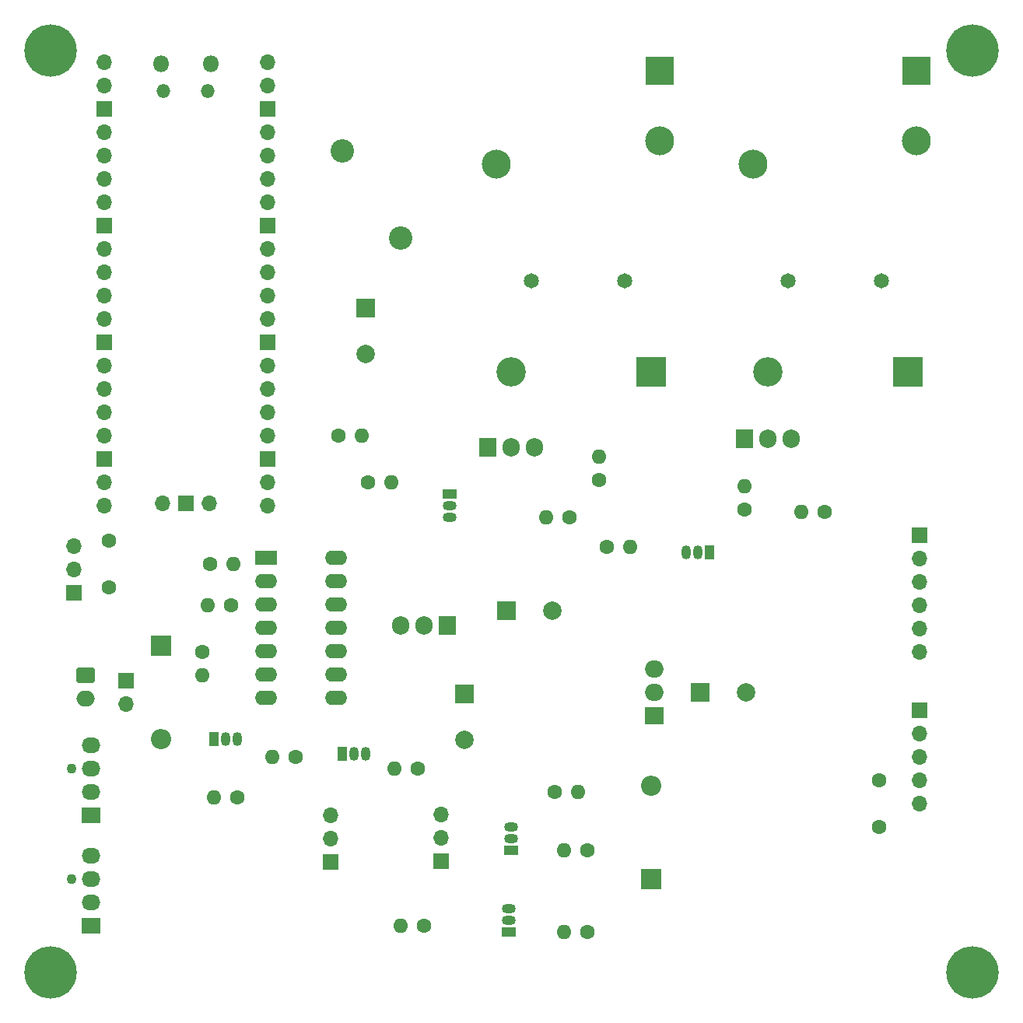
<source format=gbr>
%TF.GenerationSoftware,KiCad,Pcbnew,7.0.10*%
%TF.CreationDate,2024-07-29T15:39:39-06:00*%
%TF.ProjectId,Pressure-Controlled-Power-Outlet-control-PCB,50726573-7375-4726-952d-436f6e74726f,V1.5.25*%
%TF.SameCoordinates,Original*%
%TF.FileFunction,Soldermask,Bot*%
%TF.FilePolarity,Negative*%
%FSLAX46Y46*%
G04 Gerber Fmt 4.6, Leading zero omitted, Abs format (unit mm)*
G04 Created by KiCad (PCBNEW 7.0.10) date 2024-07-29 15:39:39*
%MOMM*%
%LPD*%
G01*
G04 APERTURE LIST*
G04 Aperture macros list*
%AMRoundRect*
0 Rectangle with rounded corners*
0 $1 Rounding radius*
0 $2 $3 $4 $5 $6 $7 $8 $9 X,Y pos of 4 corners*
0 Add a 4 corners polygon primitive as box body*
4,1,4,$2,$3,$4,$5,$6,$7,$8,$9,$2,$3,0*
0 Add four circle primitives for the rounded corners*
1,1,$1+$1,$2,$3*
1,1,$1+$1,$4,$5*
1,1,$1+$1,$6,$7*
1,1,$1+$1,$8,$9*
0 Add four rect primitives between the rounded corners*
20,1,$1+$1,$2,$3,$4,$5,0*
20,1,$1+$1,$4,$5,$6,$7,0*
20,1,$1+$1,$6,$7,$8,$9,0*
20,1,$1+$1,$8,$9,$2,$3,0*%
G04 Aperture macros list end*
%ADD10R,1.500000X1.050000*%
%ADD11O,1.500000X1.050000*%
%ADD12R,1.905000X2.000000*%
%ADD13O,1.905000X2.000000*%
%ADD14C,1.600000*%
%ADD15O,1.600000X1.600000*%
%ADD16R,1.700000X1.700000*%
%ADD17O,1.700000X1.700000*%
%ADD18C,1.100000*%
%ADD19R,2.030000X1.730000*%
%ADD20O,2.030000X1.730000*%
%ADD21R,1.050000X1.500000*%
%ADD22O,1.050000X1.500000*%
%ADD23R,2.400000X1.600000*%
%ADD24O,2.400000X1.600000*%
%ADD25R,2.200000X2.200000*%
%ADD26O,2.200000X2.200000*%
%ADD27R,2.000000X1.905000*%
%ADD28O,2.000000X1.905000*%
%ADD29C,5.700000*%
%ADD30O,1.800000X1.800000*%
%ADD31O,1.500000X1.500000*%
%ADD32RoundRect,0.250000X-0.750000X0.600000X-0.750000X-0.600000X0.750000X-0.600000X0.750000X0.600000X0*%
%ADD33O,2.000000X1.700000*%
%ADD34R,2.000000X2.000000*%
%ADD35C,2.000000*%
%ADD36R,3.150000X3.150000*%
%ADD37C,3.150000*%
%ADD38C,1.650000*%
%ADD39R,3.200000X3.200000*%
%ADD40O,3.200000X3.200000*%
%ADD41C,2.550000*%
G04 APERTURE END LIST*
D10*
%TO.C,Q8*%
X145140000Y-142240000D03*
D11*
X145140000Y-140970000D03*
X145140000Y-139700000D03*
%TD*%
D12*
%TO.C,U3*%
X138430000Y-108910000D03*
D13*
X135890000Y-108910000D03*
X133350000Y-108910000D03*
%TD*%
D14*
%TO.C,R1*%
X112620000Y-102235000D03*
D15*
X115160000Y-102235000D03*
%TD*%
D16*
%TO.C,J5*%
X125730000Y-134620000D03*
D17*
X125730000Y-132080000D03*
X125730000Y-129540000D03*
%TD*%
D14*
%TO.C,R3*%
X126590000Y-88265000D03*
D15*
X129130000Y-88265000D03*
%TD*%
D18*
%TO.C,M1*%
X97535000Y-124460000D03*
D19*
X99695000Y-129540000D03*
D20*
X99695000Y-127000000D03*
X99695000Y-124460000D03*
X99695000Y-121920000D03*
%TD*%
D21*
%TO.C,Q1*%
X167005000Y-100965000D03*
D22*
X165735000Y-100965000D03*
X164465000Y-100965000D03*
%TD*%
D14*
%TO.C,R11*%
X150085000Y-127000000D03*
D15*
X152625000Y-127000000D03*
%TD*%
D23*
%TO.C,U2*%
X118730000Y-101595000D03*
D24*
X118730000Y-104135000D03*
X118730000Y-106675000D03*
X118730000Y-109215000D03*
X118730000Y-111755000D03*
X118730000Y-114295000D03*
X118730000Y-116835000D03*
X126350000Y-116835000D03*
X126350000Y-114295000D03*
X126350000Y-111755000D03*
X126350000Y-109215000D03*
X126350000Y-106675000D03*
X126350000Y-104135000D03*
X126350000Y-101595000D03*
%TD*%
D14*
%TO.C,R7*%
X151765000Y-97155000D03*
D15*
X149225000Y-97155000D03*
%TD*%
D25*
%TO.C,D4*%
X160655000Y-136525000D03*
D26*
X160655000Y-126365000D03*
%TD*%
D16*
%TO.C,J4*%
X189865000Y-99060000D03*
D17*
X189865000Y-101600000D03*
X189865000Y-104140000D03*
X189865000Y-106680000D03*
X189865000Y-109220000D03*
X189865000Y-111760000D03*
%TD*%
D14*
%TO.C,C7*%
X101600000Y-104735000D03*
X101600000Y-99735000D03*
%TD*%
%TO.C,R8*%
X129765000Y-93345000D03*
D15*
X132305000Y-93345000D03*
%TD*%
D27*
%TO.C,U4*%
X160965000Y-118745000D03*
D28*
X160965000Y-116205000D03*
X160965000Y-113665000D03*
%TD*%
D29*
%TO.C,H1*%
X95250000Y-46355000D03*
%TD*%
D14*
%TO.C,C6*%
X185420000Y-125810000D03*
X185420000Y-130810000D03*
%TD*%
D30*
%TO.C,U1*%
X107245000Y-47755000D03*
D31*
X107545000Y-50785000D03*
X112395000Y-50785000D03*
D30*
X112695000Y-47755000D03*
D17*
X101080000Y-47625000D03*
X101080000Y-50165000D03*
D16*
X101080000Y-52705000D03*
D17*
X101080000Y-55245000D03*
X101080000Y-57785000D03*
X101080000Y-60325000D03*
X101080000Y-62865000D03*
D16*
X101080000Y-65405000D03*
D17*
X101080000Y-67945000D03*
X101080000Y-70485000D03*
X101080000Y-73025000D03*
X101080000Y-75565000D03*
D16*
X101080000Y-78105000D03*
D17*
X101080000Y-80645000D03*
X101080000Y-83185000D03*
X101080000Y-85725000D03*
X101080000Y-88265000D03*
D16*
X101080000Y-90805000D03*
D17*
X101080000Y-93345000D03*
X101080000Y-95885000D03*
X118860000Y-95885000D03*
X118860000Y-93345000D03*
D16*
X118860000Y-90805000D03*
D17*
X118860000Y-88265000D03*
X118860000Y-85725000D03*
X118860000Y-83185000D03*
X118860000Y-80645000D03*
D16*
X118860000Y-78105000D03*
D17*
X118860000Y-75565000D03*
X118860000Y-73025000D03*
X118860000Y-70485000D03*
X118860000Y-67945000D03*
D16*
X118860000Y-65405000D03*
D17*
X118860000Y-62865000D03*
X118860000Y-60325000D03*
X118860000Y-57785000D03*
X118860000Y-55245000D03*
D16*
X118860000Y-52705000D03*
D17*
X118860000Y-50165000D03*
X118860000Y-47625000D03*
X107430000Y-95655000D03*
D16*
X109970000Y-95655000D03*
D17*
X112510000Y-95655000D03*
%TD*%
D14*
%TO.C,R10*%
X111760000Y-111760000D03*
D15*
X111760000Y-114300000D03*
%TD*%
D21*
%TO.C,Q5*%
X113030000Y-121285000D03*
D22*
X114300000Y-121285000D03*
X115570000Y-121285000D03*
%TD*%
D16*
%TO.C,J3*%
X189865000Y-118110000D03*
D17*
X189865000Y-120650000D03*
X189865000Y-123190000D03*
X189865000Y-125730000D03*
X189865000Y-128270000D03*
%TD*%
D32*
%TO.C,J7*%
X99060000Y-114340000D03*
D33*
X99060000Y-116840000D03*
%TD*%
D16*
%TO.C,J1*%
X97790000Y-105395000D03*
D17*
X97790000Y-102855000D03*
X97790000Y-100315000D03*
%TD*%
D12*
%TO.C,Q2*%
X142875000Y-89535000D03*
D13*
X145415000Y-89535000D03*
X147955000Y-89535000D03*
%TD*%
D34*
%TO.C,C3*%
X144860000Y-107315000D03*
D35*
X149860000Y-107315000D03*
%TD*%
D14*
%TO.C,R13*%
X135255000Y-124460000D03*
D15*
X132715000Y-124460000D03*
%TD*%
D29*
%TO.C,H2*%
X195580000Y-46355000D03*
%TD*%
%TO.C,H3*%
X95250000Y-146685000D03*
%TD*%
D14*
%TO.C,R9*%
X155800000Y-100330000D03*
D15*
X158340000Y-100330000D03*
%TD*%
D14*
%TO.C,R4*%
X154940000Y-93120000D03*
D15*
X154940000Y-90580000D03*
%TD*%
D36*
%TO.C,K1*%
X161520000Y-48520000D03*
D37*
X161520000Y-56140000D03*
D38*
X157710000Y-71380000D03*
X147550000Y-71380000D03*
D37*
X143740000Y-58680000D03*
%TD*%
D18*
%TO.C,M2*%
X97535000Y-136525000D03*
D19*
X99695000Y-141605000D03*
D20*
X99695000Y-139065000D03*
X99695000Y-136525000D03*
X99695000Y-133985000D03*
%TD*%
D39*
%TO.C,D2*%
X188595000Y-81280000D03*
D40*
X173355000Y-81280000D03*
%TD*%
D10*
%TO.C,Q4*%
X138705000Y-94615000D03*
D11*
X138705000Y-95885000D03*
X138705000Y-97155000D03*
%TD*%
D14*
%TO.C,R16*%
X135890000Y-141605000D03*
D15*
X133350000Y-141605000D03*
%TD*%
D36*
%TO.C,K2*%
X189460000Y-48520000D03*
D37*
X189460000Y-56140000D03*
D38*
X185650000Y-71380000D03*
X175490000Y-71380000D03*
D37*
X171680000Y-58680000D03*
%TD*%
D14*
%TO.C,R5*%
X170815000Y-96295000D03*
D15*
X170815000Y-93755000D03*
%TD*%
D14*
%TO.C,R15*%
X153670000Y-133350000D03*
D15*
X151130000Y-133350000D03*
%TD*%
D10*
%TO.C,Q6*%
X145415000Y-133350000D03*
D11*
X145415000Y-132080000D03*
X145415000Y-130810000D03*
%TD*%
D16*
%TO.C,J10*%
X103505000Y-114935000D03*
D17*
X103505000Y-117475000D03*
%TD*%
D25*
%TO.C,D3*%
X107315000Y-111125000D03*
D26*
X107315000Y-121285000D03*
%TD*%
D34*
%TO.C,C4*%
X165907323Y-116205000D03*
D35*
X170907323Y-116205000D03*
%TD*%
D14*
%TO.C,R14*%
X121920000Y-123190000D03*
D15*
X119380000Y-123190000D03*
%TD*%
D14*
%TO.C,R2*%
X114935000Y-106680000D03*
D15*
X112395000Y-106680000D03*
%TD*%
D21*
%TO.C,Q7*%
X127000000Y-122915000D03*
D22*
X128270000Y-122915000D03*
X129540000Y-122915000D03*
%TD*%
D39*
%TO.C,D1*%
X160655000Y-81280000D03*
D40*
X145415000Y-81280000D03*
%TD*%
D41*
%TO.C,J2*%
X133350000Y-66780000D03*
X127000000Y-57280000D03*
%TD*%
D16*
%TO.C,J6*%
X137795000Y-134605000D03*
D17*
X137795000Y-132065000D03*
X137795000Y-129525000D03*
%TD*%
D12*
%TO.C,Q3*%
X170815000Y-88575000D03*
D13*
X173355000Y-88575000D03*
X175895000Y-88575000D03*
%TD*%
D34*
%TO.C,C2*%
X140335000Y-116377323D03*
D35*
X140335000Y-121377323D03*
%TD*%
D34*
%TO.C,C1*%
X129540000Y-74375000D03*
D35*
X129540000Y-79375000D03*
%TD*%
D29*
%TO.C,H4*%
X195580000Y-146685000D03*
%TD*%
D14*
%TO.C,R6*%
X179480000Y-96520000D03*
D15*
X176940000Y-96520000D03*
%TD*%
D14*
%TO.C,R12*%
X115570000Y-127635000D03*
D15*
X113030000Y-127635000D03*
%TD*%
D14*
%TO.C,R17*%
X153670000Y-142240000D03*
D15*
X151130000Y-142240000D03*
%TD*%
M02*

</source>
